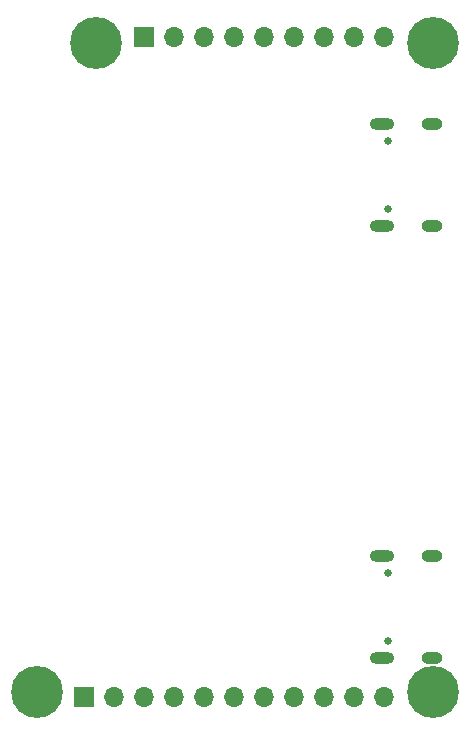
<source format=gbs>
G04 #@! TF.GenerationSoftware,KiCad,Pcbnew,(6.0.9)*
G04 #@! TF.CreationDate,2023-11-11T19:45:23+09:00*
G04 #@! TF.ProjectId,CLAS_Combo_Breakout,434c4153-5f43-46f6-9d62-6f5f42726561,rev?*
G04 #@! TF.SameCoordinates,Original*
G04 #@! TF.FileFunction,Soldermask,Bot*
G04 #@! TF.FilePolarity,Negative*
%FSLAX46Y46*%
G04 Gerber Fmt 4.6, Leading zero omitted, Abs format (unit mm)*
G04 Created by KiCad (PCBNEW (6.0.9)) date 2023-11-11 19:45:23*
%MOMM*%
%LPD*%
G01*
G04 APERTURE LIST*
%ADD10C,0.650000*%
%ADD11O,1.800000X1.000000*%
%ADD12O,2.100000X1.000000*%
%ADD13R,1.700000X1.700000*%
%ADD14O,1.700000X1.700000*%
%ADD15C,0.700000*%
%ADD16C,4.400000*%
G04 APERTURE END LIST*
D10*
X153720000Y-143182000D03*
X153720000Y-137402000D03*
D11*
X157400000Y-135972000D03*
X157400000Y-144612000D03*
D12*
X153220000Y-135972000D03*
X153220000Y-144612000D03*
D13*
X127940000Y-147912000D03*
D14*
X130480000Y-147912000D03*
X133020000Y-147912000D03*
X135560000Y-147912000D03*
X138100000Y-147912000D03*
X140640000Y-147912000D03*
X143180000Y-147912000D03*
X145720000Y-147912000D03*
X148260000Y-147912000D03*
X150800000Y-147912000D03*
X153340000Y-147912000D03*
D15*
X158666726Y-148666726D03*
X158666726Y-146333274D03*
X156333274Y-148666726D03*
X157500000Y-145850000D03*
D16*
X157500000Y-147500000D03*
D15*
X157500000Y-149150000D03*
X159150000Y-147500000D03*
X155850000Y-147500000D03*
X156333274Y-146333274D03*
D13*
X133020000Y-92032000D03*
D14*
X135560000Y-92032000D03*
X138100000Y-92032000D03*
X140640000Y-92032000D03*
X143180000Y-92032000D03*
X145720000Y-92032000D03*
X148260000Y-92032000D03*
X150800000Y-92032000D03*
X153340000Y-92032000D03*
D15*
X127350000Y-92500000D03*
X130166726Y-91333274D03*
X127833274Y-93666726D03*
X129000000Y-94150000D03*
X130650000Y-92500000D03*
X127833274Y-91333274D03*
X130166726Y-93666726D03*
D16*
X129000000Y-92500000D03*
D15*
X129000000Y-90850000D03*
D10*
X153720000Y-106606000D03*
X153720000Y-100826000D03*
D11*
X157400000Y-99396000D03*
X157400000Y-108036000D03*
D12*
X153220000Y-108036000D03*
X153220000Y-99396000D03*
D15*
X155850000Y-92500000D03*
X156333274Y-93666726D03*
X158666726Y-91333274D03*
X156333274Y-91333274D03*
D16*
X157500000Y-92500000D03*
D15*
X157500000Y-94150000D03*
X158666726Y-93666726D03*
X159150000Y-92500000D03*
X157500000Y-90850000D03*
D16*
X124000000Y-147500000D03*
D15*
X125166726Y-146333274D03*
X124000000Y-145850000D03*
X125650000Y-147500000D03*
X124000000Y-149150000D03*
X122833274Y-148666726D03*
X122833274Y-146333274D03*
X122350000Y-147500000D03*
X125166726Y-148666726D03*
M02*

</source>
